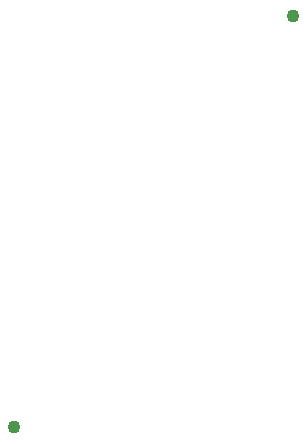
<source format=gbp>
G04*
G04 #@! TF.GenerationSoftware,Altium Limited,Altium Designer,25.0.2 (28)*
G04*
G04 Layer_Color=128*
%FSLAX44Y44*%
%MOMM*%
G71*
G04*
G04 #@! TF.SameCoordinates,858CD394-8DED-4DE4-8F33-523AE51027BD*
G04*
G04*
G04 #@! TF.FilePolarity,Positive*
G04*
G01*
G75*
%ADD42C,1.1000*%
D42*
X108000Y28000D02*
D03*
X344250Y375500D02*
D03*
M02*

</source>
